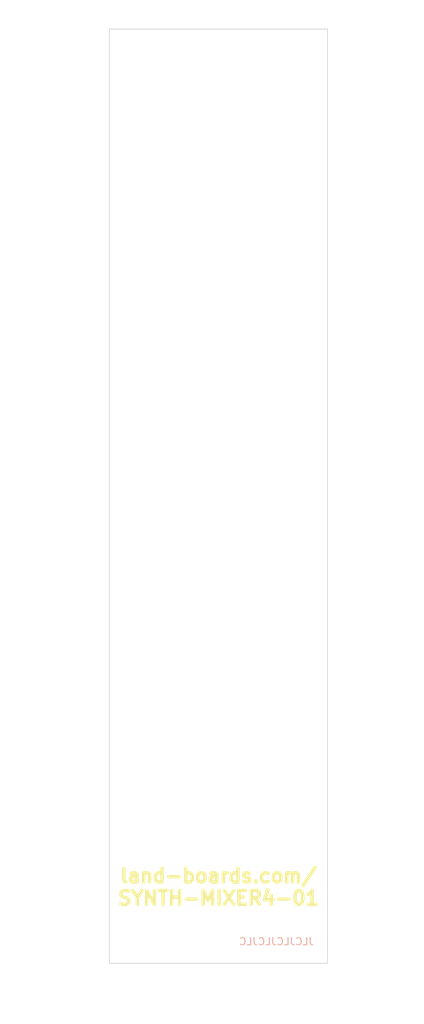
<source format=kicad_pcb>
(kicad_pcb (version 20211014) (generator pcbnew)
  (title_block (title "SYNTH-MIXER6-01") (date "2022-09-30") (rev "1") (company "LAND BOARDS, LLC"))
  (layers (0 "F.Cu" signal) (31 "B.Cu" signal) (34 "B.Paste" user) (35 "F.Paste" user) (36 "B.SilkS" user "B.Silkscreen") (37 "F.SilkS" user "F.Silkscreen") (38 "B.Mask" user) (39 "F.Mask" user) (44 "Edge.Cuts" user))
  (net 0 "")
  (footprint "" (layer "F.Cu") (at 62.5 100.5)
    (fp_text reference "" (at 0 0) (layer "F.SilkS") (effects (font (size 1.27 1.27))))
    (fp_text value "" (at 0 0) (layer "F.SilkS") (effects (font (size 1.27 1.27))))
    (pad "" np_thru_hole circle (at 0 0) (size 6.2 6.2) (drill 6.2) (layers F&B.Cu *.Mask))
  )
  (footprint "" (layer "F.Cu") (at 62.5 46.5)
    (fp_text reference "" (at 0 0) (layer "F.SilkS") (effects (font (size 1.27 1.27))))
    (fp_text value "" (at 0 0) (layer "F.SilkS") (effects (font (size 1.27 1.27))))
    (pad "" np_thru_hole circle (at 0 0) (size 6.2 6.2) (drill 6.2) (layers F&B.Cu *.Mask))
  )
  (footprint "" (layer "F.Cu") (at 48 82.5)
    (fp_text reference "" (at 0 0) (layer "F.SilkS") (effects (font (size 1.27 1.27))))
    (fp_text value "" (at 0 0) (layer "F.SilkS") (effects (font (size 1.27 1.27))))
    (pad "" np_thru_hole circle (at 0 0) (size 6.2 6.2) (drill 6.2) (layers F&B.Cu *.Mask))
  )
  (footprint "" (layer "F.Cu") (at 48 46.5)
    (fp_text reference "" (at 0 0) (layer "F.SilkS") (effects (font (size 1.27 1.27))))
    (fp_text value "" (at 0 0) (layer "F.SilkS") (effects (font (size 1.27 1.27))))
    (pad "" np_thru_hole circle (at 0 0) (size 6.2 6.2) (drill 6.2) (layers F&B.Cu *.Mask))
  )
  (footprint "" (layer "F.Cu") (at 62.5 28.5)
    (fp_text reference "" (at 0 0) (layer "F.SilkS") (effects (font (size 1.27 1.27))))
    (fp_text value "" (at 0 0) (layer "F.SilkS") (effects (font (size 1.27 1.27))))
    (pad "" np_thru_hole circle (at 0 0) (size 6.2 6.2) (drill 6.2) (layers F&B.Cu *.Mask))
  )
  (footprint "" (layer "F.Cu") (at 50.5 3)
    (fp_text reference "" (at 0 0) (layer "F.SilkS") (effects (font (size 1.27 1.27))))
    (fp_text value "" (at 0 0) (layer "F.SilkS") (effects (font (size 1.27 1.27))))
    (pad "" np_thru_hole oval (at 0 0) (size 12 3.2) (drill oval 12 3.2) (layers F&B.Cu *.Mask))
    (pad "" np_thru_hole oval (at 0 0) (size 12 3.2) (drill oval 12 3.2) (layers F&B.Cu *.Mask))
    (pad "" np_thru_hole oval (at 0 0) (size 12 3.2) (drill oval 12 3.2) (layers F&B.Cu *.Mask))
  )
  (footprint "" (layer "F.Cu") (at 50 125.5)
    (fp_text reference "" (at 0 0) (layer "F.SilkS") (effects (font (size 1.27 1.27))))
    (fp_text value "" (at 0 0) (layer "F.SilkS") (effects (font (size 1.27 1.27))))
    (pad "" np_thru_hole oval (at 0 0) (size 12 3.2) (drill oval 12 3.2) (layers F&B.Cu *.Mask))
    (pad "" np_thru_hole oval (at 0 0) (size 12 3.2) (drill oval 12 3.2) (layers F&B.Cu *.Mask))
    (pad "" np_thru_hole oval (at 0 0) (size 12 3.2) (drill oval 12 3.2) (layers F&B.Cu *.Mask))
  )
  (footprint "" (layer "F.Cu") (at 48 28.5)
    (fp_text reference "" (at 0 0) (layer "F.SilkS") (effects (font (size 1.27 1.27))))
    (fp_text value "" (at 0 0) (layer "F.SilkS") (effects (font (size 1.27 1.27))))
    (pad "" np_thru_hole circle (at 0 0) (size 6.2 6.2) (drill 6.2) (layers F&B.Cu *.Mask))
  )
  (footprint "" (layer "F.Cu") (at 48 100.5)
    (fp_text reference "" (at 0 0) (layer "F.SilkS") (effects (font (size 1.27 1.27))))
    (fp_text value "" (at 0 0) (layer "F.SilkS") (effects (font (size 1.27 1.27))))
    (pad "" np_thru_hole circle (at 0 0) (size 6.2 6.2) (drill 6.2) (layers F&B.Cu *.Mask))
  )
  (footprint "" (layer "F.Cu") (at 62.5 64.5)
    (fp_text reference "" (at 0 0) (layer "F.SilkS") (effects (font (size 1.27 1.27))))
    (fp_text value "" (at 0 0) (layer "F.SilkS") (effects (font (size 1.27 1.27))))
    (pad "" np_thru_hole circle (at 0 0) (size 6.2 6.2) (drill 6.2) (layers F&B.Cu *.Mask))
  )
  (footprint "" (layer "F.Cu") (at 62.5 82.5)
    (fp_text reference "" (at 0 0) (layer "F.SilkS") (effects (font (size 1.27 1.27))))
    (fp_text value "" (at 0 0) (layer "F.SilkS") (effects (font (size 1.27 1.27))))
    (pad "" np_thru_hole circle (at 0 0) (size 6.2 6.2) (drill 6.2) (layers F&B.Cu *.Mask))
  )
  (footprint "" (layer "F.Cu") (at 48 64.5)
    (fp_text reference "" (at 0 0) (layer "F.SilkS") (effects (font (size 1.27 1.27))))
    (fp_text value "" (at 0 0) (layer "F.SilkS") (effects (font (size 1.27 1.27))))
    (pad "" np_thru_hole circle (at 0 0) (size 6.2 6.2) (drill 6.2) (layers F&B.Cu *.Mask))
  )
  (gr_rect (start 40 0) (end 70 128.5) (layer "Edge.Cuts") (width 0.1) (fill none))
  (gr_text "JLCJLCJLCJLC" (at 63 125.5) (layer "B.SilkS") (effects (font (size 1 1)) (justify mirror)))
  (gr_text "land-boards.com/\nSYNTH-MIXER4-01" (at 55 118) (layer "F.SilkS") (effects (font (size 1.905 1.905) (thickness 0.47625))))
)
</source>
